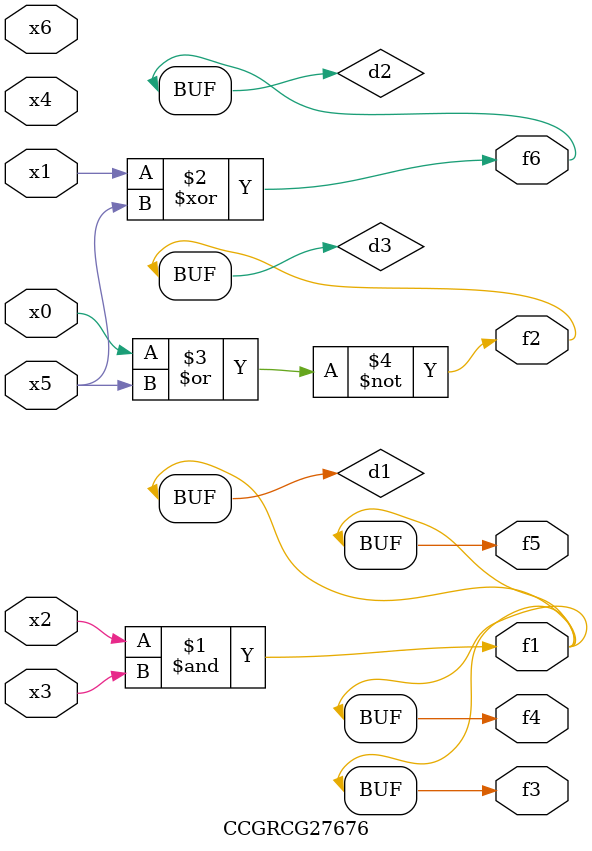
<source format=v>
module CCGRCG27676(
	input x0, x1, x2, x3, x4, x5, x6,
	output f1, f2, f3, f4, f5, f6
);

	wire d1, d2, d3;

	and (d1, x2, x3);
	xor (d2, x1, x5);
	nor (d3, x0, x5);
	assign f1 = d1;
	assign f2 = d3;
	assign f3 = d1;
	assign f4 = d1;
	assign f5 = d1;
	assign f6 = d2;
endmodule

</source>
